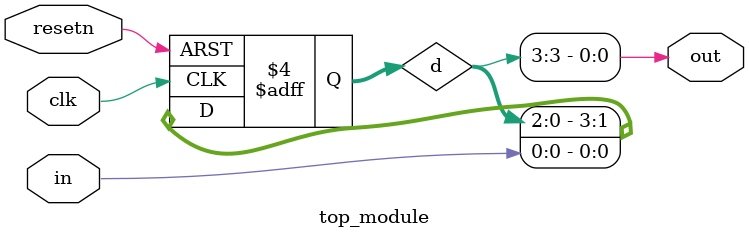
<source format=sv>
module top_module (
	input clk,
	input resetn,
	input in,
	output out
);

reg [3:0] d = 4'b0000;

always @(posedge clk or negedge resetn) begin
	if (~resetn)
		d <= 4'b0000;
	else
		d <= {d[2:0], in};
end

assign out = d[3];

endmodule

</source>
